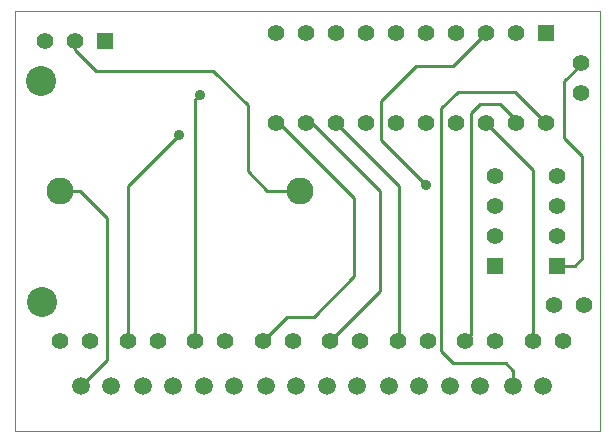
<source format=gtl>
G04 (created by PCBNEW (2013-07-07 BZR 4022)-stable) date 06/07/2014 17:43:10*
%MOIN*%
G04 Gerber Fmt 3.4, Leading zero omitted, Abs format*
%FSLAX34Y34*%
G01*
G70*
G90*
G04 APERTURE LIST*
%ADD10C,0.00590551*%
%ADD11C,0.00393701*%
%ADD12C,0.0590551*%
%ADD13C,0.09*%
%ADD14R,0.055X0.055*%
%ADD15C,0.055*%
%ADD16C,0.1*%
%ADD17C,0.035*%
%ADD18C,0.01*%
G04 APERTURE END LIST*
G54D10*
G54D11*
X34000Y-22000D02*
X34000Y-28000D01*
X53500Y-22000D02*
X34000Y-22000D01*
X53500Y-36000D02*
X53500Y-22000D01*
X34000Y-36000D02*
X53500Y-36000D01*
X34000Y-28000D02*
X34000Y-36000D01*
G54D12*
X36200Y-34500D03*
X37200Y-34500D03*
G54D13*
X35500Y-28000D03*
X43500Y-28000D03*
G54D14*
X52050Y-30500D03*
G54D15*
X52050Y-29500D03*
X52050Y-28500D03*
X52050Y-27500D03*
G54D14*
X50000Y-30500D03*
G54D15*
X50000Y-29500D03*
X50000Y-28500D03*
X50000Y-27500D03*
G54D14*
X37000Y-23000D03*
G54D15*
X36000Y-23000D03*
X35000Y-23000D03*
X51250Y-33000D03*
X52250Y-33000D03*
X49000Y-33000D03*
X50000Y-33000D03*
X46750Y-33000D03*
X47750Y-33000D03*
X44500Y-33000D03*
X45500Y-33000D03*
X42250Y-33000D03*
X43250Y-33000D03*
X40000Y-33000D03*
X41000Y-33000D03*
X37750Y-33000D03*
X38750Y-33000D03*
X35500Y-33000D03*
X36500Y-33000D03*
G54D12*
X50600Y-34500D03*
X51600Y-34500D03*
X48500Y-34500D03*
X49500Y-34500D03*
X46450Y-34500D03*
X47450Y-34500D03*
X44400Y-34500D03*
X45400Y-34500D03*
X42350Y-34500D03*
X43350Y-34500D03*
X40300Y-34500D03*
X41300Y-34500D03*
X38250Y-34500D03*
X39250Y-34500D03*
G54D14*
X51700Y-22750D03*
G54D15*
X50700Y-22750D03*
X49700Y-22750D03*
X48700Y-22750D03*
X47700Y-22750D03*
X46700Y-22750D03*
X45700Y-22750D03*
X44700Y-22750D03*
X43700Y-22750D03*
X42700Y-22750D03*
X42700Y-25750D03*
X43700Y-25750D03*
X44700Y-25750D03*
X45700Y-25750D03*
X46700Y-25750D03*
X47700Y-25750D03*
X48700Y-25750D03*
X49700Y-25750D03*
X50700Y-25750D03*
X51700Y-25750D03*
X51950Y-31800D03*
X52950Y-31800D03*
X52850Y-23750D03*
X52850Y-24750D03*
G54D16*
X34850Y-24350D03*
X34900Y-31700D03*
G54D17*
X47700Y-27800D03*
X39450Y-26150D03*
X40150Y-24800D03*
G54D18*
X50700Y-25750D02*
X50700Y-25650D01*
X49200Y-32800D02*
X49000Y-33000D01*
X49200Y-25400D02*
X49200Y-32800D01*
X49500Y-25100D02*
X49200Y-25400D01*
X50150Y-25100D02*
X49500Y-25100D01*
X50700Y-25650D02*
X50150Y-25100D01*
X42700Y-25750D02*
X42800Y-25750D01*
X43050Y-32200D02*
X42250Y-33000D01*
X43950Y-32200D02*
X43050Y-32200D01*
X45300Y-30850D02*
X43950Y-32200D01*
X45300Y-28250D02*
X45300Y-30850D01*
X42800Y-25750D02*
X45300Y-28250D01*
X52850Y-23750D02*
X52850Y-23800D01*
X52650Y-30500D02*
X52050Y-30500D01*
X52900Y-30250D02*
X52650Y-30500D01*
X52900Y-26850D02*
X52900Y-30250D01*
X52300Y-26250D02*
X52900Y-26850D01*
X52300Y-24350D02*
X52300Y-26250D01*
X52850Y-23800D02*
X52300Y-24350D01*
X36000Y-23000D02*
X36000Y-23300D01*
X42400Y-28000D02*
X43500Y-28000D01*
X41750Y-27350D02*
X42400Y-28000D01*
X41750Y-25150D02*
X41750Y-27350D01*
X40600Y-24000D02*
X41750Y-25150D01*
X36700Y-24000D02*
X40600Y-24000D01*
X36000Y-23300D02*
X36700Y-24000D01*
X43700Y-25750D02*
X43900Y-25750D01*
X46150Y-31350D02*
X44500Y-33000D01*
X46150Y-28000D02*
X46150Y-31350D01*
X43900Y-25750D02*
X46150Y-28000D01*
X36200Y-34500D02*
X37050Y-33650D01*
X36150Y-28000D02*
X35500Y-28000D01*
X37050Y-28900D02*
X36150Y-28000D01*
X37050Y-33650D02*
X37050Y-28900D01*
X50600Y-34500D02*
X50600Y-34000D01*
X50650Y-24700D02*
X51700Y-25750D01*
X48750Y-24700D02*
X50650Y-24700D01*
X48200Y-25250D02*
X48750Y-24700D01*
X48200Y-33350D02*
X48200Y-25250D01*
X48600Y-33750D02*
X48200Y-33350D01*
X50350Y-33750D02*
X48600Y-33750D01*
X50600Y-34000D02*
X50350Y-33750D01*
X44700Y-25750D02*
X46800Y-27850D01*
X46800Y-32950D02*
X46750Y-33000D01*
X46800Y-27850D02*
X46800Y-32950D01*
X51250Y-33000D02*
X51250Y-27300D01*
X51250Y-27300D02*
X49700Y-25750D01*
X48600Y-23850D02*
X49700Y-22750D01*
X47350Y-23850D02*
X48600Y-23850D01*
X46200Y-25000D02*
X47350Y-23850D01*
X46200Y-26300D02*
X46200Y-25000D01*
X47700Y-27800D02*
X46200Y-26300D01*
X37750Y-27850D02*
X37750Y-33000D01*
X39450Y-26150D02*
X37750Y-27850D01*
X40000Y-24950D02*
X40000Y-33000D01*
X40150Y-24800D02*
X40000Y-24950D01*
M02*

</source>
